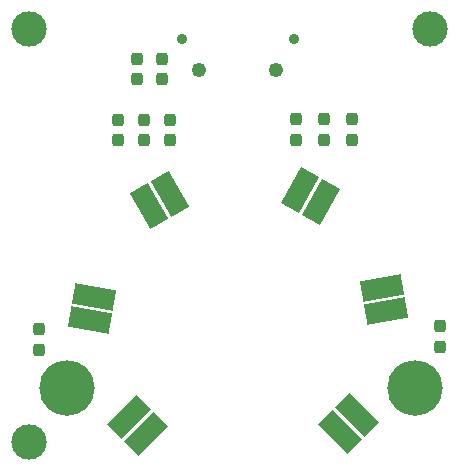
<source format=gts>
G04 #@! TF.GenerationSoftware,KiCad,Pcbnew,7.0.2*
G04 #@! TF.CreationDate,2023-08-25T12:46:11-04:00*
G04 #@! TF.ProjectId,Foras Promineo CLR PCB,466f7261-7320-4507-926f-6d696e656f20,rev?*
G04 #@! TF.SameCoordinates,PX3969440PY5f5e100*
G04 #@! TF.FileFunction,Soldermask,Top*
G04 #@! TF.FilePolarity,Negative*
%FSLAX46Y46*%
G04 Gerber Fmt 4.6, Leading zero omitted, Abs format (unit mm)*
G04 Created by KiCad (PCBNEW 7.0.2) date 2023-08-25 12:46:11*
%MOMM*%
%LPD*%
G01*
G04 APERTURE LIST*
G04 Aperture macros list*
%AMRoundRect*
0 Rectangle with rounded corners*
0 $1 Rounding radius*
0 $2 $3 $4 $5 $6 $7 $8 $9 X,Y pos of 4 corners*
0 Add a 4 corners polygon primitive as box body*
4,1,4,$2,$3,$4,$5,$6,$7,$8,$9,$2,$3,0*
0 Add four circle primitives for the rounded corners*
1,1,$1+$1,$2,$3*
1,1,$1+$1,$4,$5*
1,1,$1+$1,$6,$7*
1,1,$1+$1,$8,$9*
0 Add four rect primitives between the rounded corners*
20,1,$1+$1,$2,$3,$4,$5,0*
20,1,$1+$1,$4,$5,$6,$7,0*
20,1,$1+$1,$6,$7,$8,$9,0*
20,1,$1+$1,$8,$9,$2,$3,0*%
%AMRotRect*
0 Rectangle, with rotation*
0 The origin of the aperture is its center*
0 $1 length*
0 $2 width*
0 $3 Rotation angle, in degrees counterclockwise*
0 Add horizontal line*
21,1,$1,$2,0,0,$3*%
G04 Aperture macros list end*
%ADD10RotRect,1.750000X3.500000X280.000000*%
%ADD11RotRect,1.750000X3.500000X45.000000*%
%ADD12RotRect,1.750000X3.500000X330.857000*%
%ADD13RotRect,1.750000X3.500000X80.000000*%
%ADD14RotRect,1.750000X3.500000X30.000000*%
%ADD15RotRect,1.750000X3.500000X135.000000*%
%ADD16RoundRect,0.237500X0.237500X-0.300000X0.237500X0.300000X-0.237500X0.300000X-0.237500X-0.300000X0*%
%ADD17C,4.700000*%
%ADD18C,3.000000*%
%ADD19C,0.890000*%
%ADD20C,1.248000*%
G04 APERTURE END LIST*
D10*
G04 #@! TO.C,D2*
X32250313Y13065072D03*
X31894335Y15083928D03*
G04 #@! TD*
D11*
G04 #@! TO.C,D3*
X29776108Y4264284D03*
X28326540Y2814716D03*
G04 #@! TD*
D12*
G04 #@! TO.C,D1*
X26744566Y22322334D03*
X24954082Y23320666D03*
G04 #@! TD*
D13*
G04 #@! TO.C,D5*
X7519313Y14312928D03*
X7163335Y12294072D03*
G04 #@! TD*
D14*
G04 #@! TO.C,D6*
X14000000Y23000000D03*
X12224648Y21975000D03*
G04 #@! TD*
D15*
G04 #@! TO.C,D4*
X10475216Y4124784D03*
X11924784Y2675216D03*
G04 #@! TD*
D16*
G04 #@! TO.C,C1*
X2880000Y9827670D03*
X2880000Y11552670D03*
G04 #@! TD*
G04 #@! TO.C,C2*
X36795000Y10082670D03*
X36795000Y11807670D03*
G04 #@! TD*
D17*
G04 #@! TO.C,H1*
X5270700Y6550000D03*
G04 #@! TD*
G04 #@! TO.C,H2*
X34730000Y6550000D03*
G04 #@! TD*
D16*
G04 #@! TO.C,R2*
X24600000Y27587500D03*
X24600000Y29312500D03*
G04 #@! TD*
G04 #@! TO.C,R4*
X27000000Y27587500D03*
X27000000Y29312500D03*
G04 #@! TD*
G04 #@! TO.C,R6*
X29400000Y27587500D03*
X29400000Y29312500D03*
G04 #@! TD*
G04 #@! TO.C,R8*
X9600000Y27537500D03*
X9600000Y29262500D03*
G04 #@! TD*
G04 #@! TO.C,R10*
X11800000Y27537500D03*
X11800000Y29262500D03*
G04 #@! TD*
G04 #@! TO.C,R12*
X14000000Y27537500D03*
X14000000Y29262500D03*
G04 #@! TD*
G04 #@! TO.C,C5*
X11200000Y32737500D03*
X11200000Y34462500D03*
G04 #@! TD*
D18*
G04 #@! TO.C,REF\u002A\u002A*
X2000000Y37000000D03*
G04 #@! TD*
D16*
G04 #@! TO.C,C6*
X13300000Y32737500D03*
X13300000Y34462500D03*
G04 #@! TD*
D18*
G04 #@! TO.C,REF\u002A\u002A*
X36000000Y37000000D03*
G04 #@! TD*
G04 #@! TO.C,REF\u002A\u002A*
X2000000Y2000000D03*
G04 #@! TD*
D19*
G04 #@! TO.C,J1*
X14950000Y36150000D03*
X24450000Y36150000D03*
D20*
X16450000Y33500000D03*
X22950000Y33500000D03*
G04 #@! TD*
M02*

</source>
